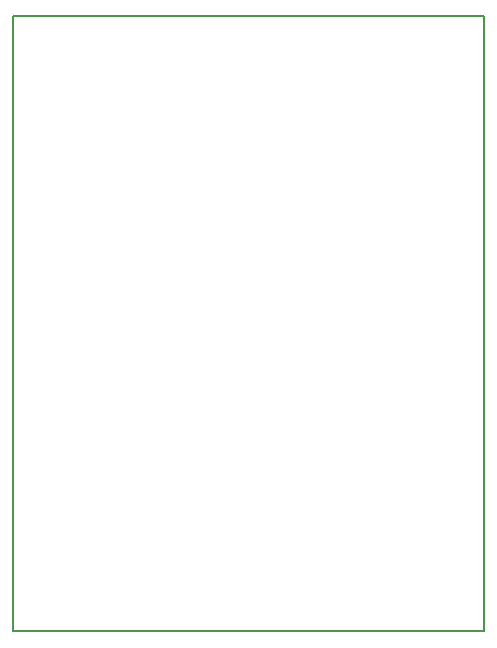
<source format=gbr>
G04 PROTEUS GERBER X2 FILE*
%TF.GenerationSoftware,Labcenter,Proteus,8.5-SP0-Build22067*%
%TF.CreationDate,2019-11-03T13:44:13+00:00*%
%TF.FileFunction,NonPlated,1,16,NPTH*%
%TF.FilePolarity,Positive*%
%TF.Part,Single*%
%FSLAX45Y45*%
%MOMM*%
G01*
%TA.AperFunction,Profile*%
%ADD25C,0.203200*%
D25*
X-1904000Y-2587000D02*
X+2085000Y-2587000D01*
X+2085000Y+2620000D01*
X-1904000Y+2620000D01*
X-1904000Y-2587000D01*
M02*

</source>
